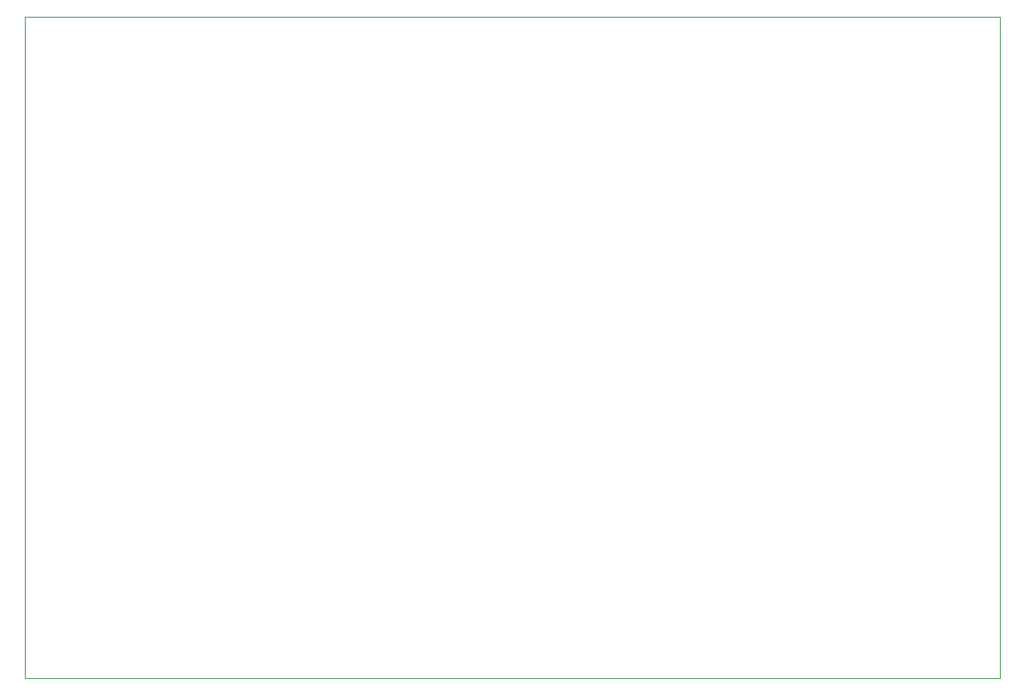
<source format=gm1>
G04 #@! TF.GenerationSoftware,KiCad,Pcbnew,(6.0.0-0)*
G04 #@! TF.CreationDate,2022-01-07T14:07:46-07:00*
G04 #@! TF.ProjectId,Controller_T41_rev0.2a,436f6e74-726f-46c6-9c65-725f5434315f,rev?*
G04 #@! TF.SameCoordinates,Original*
G04 #@! TF.FileFunction,Profile,NP*
%FSLAX46Y46*%
G04 Gerber Fmt 4.6, Leading zero omitted, Abs format (unit mm)*
G04 Created by KiCad (PCBNEW (6.0.0-0)) date 2022-01-07 14:07:46*
%MOMM*%
%LPD*%
G01*
G04 APERTURE LIST*
G04 #@! TA.AperFunction,Profile*
%ADD10C,0.050000*%
G04 #@! TD*
G04 APERTURE END LIST*
D10*
X96520000Y-120650000D02*
X96520000Y-50800000D01*
X199390000Y-120650000D02*
X96520000Y-120650000D01*
X199390000Y-50800000D02*
X199390000Y-120650000D01*
X96520000Y-50800000D02*
X199390000Y-50800000D01*
M02*

</source>
